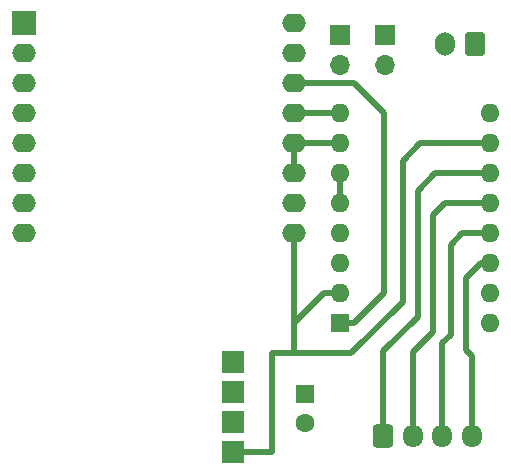
<source format=gbr>
%TF.GenerationSoftware,KiCad,Pcbnew,(6.0.7-1)-1*%
%TF.CreationDate,2022-09-04T19:45:35+02:00*%
%TF.ProjectId,PEQUENA,50455155-454e-4412-9e6b-696361645f70,rev?*%
%TF.SameCoordinates,Original*%
%TF.FileFunction,Copper,L1,Top*%
%TF.FilePolarity,Positive*%
%FSLAX46Y46*%
G04 Gerber Fmt 4.6, Leading zero omitted, Abs format (unit mm)*
G04 Created by KiCad (PCBNEW (6.0.7-1)-1) date 2022-09-04 19:45:35*
%MOMM*%
%LPD*%
G01*
G04 APERTURE LIST*
G04 Aperture macros list*
%AMRoundRect*
0 Rectangle with rounded corners*
0 $1 Rounding radius*
0 $2 $3 $4 $5 $6 $7 $8 $9 X,Y pos of 4 corners*
0 Add a 4 corners polygon primitive as box body*
4,1,4,$2,$3,$4,$5,$6,$7,$8,$9,$2,$3,0*
0 Add four circle primitives for the rounded corners*
1,1,$1+$1,$2,$3*
1,1,$1+$1,$4,$5*
1,1,$1+$1,$6,$7*
1,1,$1+$1,$8,$9*
0 Add four rect primitives between the rounded corners*
20,1,$1+$1,$2,$3,$4,$5,0*
20,1,$1+$1,$4,$5,$6,$7,0*
20,1,$1+$1,$6,$7,$8,$9,0*
20,1,$1+$1,$8,$9,$2,$3,0*%
G04 Aperture macros list end*
%TA.AperFunction,ComponentPad*%
%ADD10R,1.600000X1.600000*%
%TD*%
%TA.AperFunction,ComponentPad*%
%ADD11C,1.600000*%
%TD*%
%TA.AperFunction,ComponentPad*%
%ADD12R,1.700000X1.700000*%
%TD*%
%TA.AperFunction,ComponentPad*%
%ADD13O,1.700000X1.700000*%
%TD*%
%TA.AperFunction,ComponentPad*%
%ADD14RoundRect,0.250000X0.600000X0.750000X-0.600000X0.750000X-0.600000X-0.750000X0.600000X-0.750000X0*%
%TD*%
%TA.AperFunction,ComponentPad*%
%ADD15O,1.700000X2.000000*%
%TD*%
%TA.AperFunction,ComponentPad*%
%ADD16O,2.000000X1.600000*%
%TD*%
%TA.AperFunction,ComponentPad*%
%ADD17R,2.000000X2.000000*%
%TD*%
%TA.AperFunction,ComponentPad*%
%ADD18RoundRect,0.250000X-0.600000X-0.725000X0.600000X-0.725000X0.600000X0.725000X-0.600000X0.725000X0*%
%TD*%
%TA.AperFunction,ComponentPad*%
%ADD19O,1.700000X1.950000*%
%TD*%
%TA.AperFunction,ComponentPad*%
%ADD20O,1.600000X1.600000*%
%TD*%
%TA.AperFunction,ComponentPad*%
%ADD21R,1.930400X1.930400*%
%TD*%
%TA.AperFunction,Conductor*%
%ADD22C,0.500000*%
%TD*%
%TA.AperFunction,Conductor*%
%ADD23C,0.250000*%
%TD*%
G04 APERTURE END LIST*
D10*
%TO.P,35V100mf,1*%
%TO.N,N/C*%
X64150000Y-63144888D03*
D11*
%TO.P,35V100mf,2*%
X64150000Y-65644888D03*
%TD*%
D12*
%TO.P,J2,1*%
%TO.N,N/C*%
X67056000Y-32766000D03*
D13*
%TO.P,J2,2*%
X67056000Y-35306000D03*
%TD*%
D14*
%TO.P,- 24V +,1*%
%TO.N,N/C*%
X78486000Y-33528000D03*
D15*
%TO.P,- 24V +,2*%
X75986000Y-33528000D03*
%TD*%
D16*
%TO.P,WEMOS D1,16*%
%TO.N,N/C*%
X63192000Y-31762000D03*
%TO.P,WEMOS D1,15*%
X63192000Y-34302000D03*
%TO.P,WEMOS D1,14*%
X63192000Y-36842000D03*
%TO.P,WEMOS D1,13*%
X63192000Y-39382000D03*
%TO.P,WEMOS D1,12*%
X63192000Y-41922000D03*
%TO.P,WEMOS D1,11*%
X63192000Y-44462000D03*
%TO.P,WEMOS D1,10*%
X63192000Y-47002000D03*
%TO.P,WEMOS D1,9*%
X63192000Y-49542000D03*
%TO.P,WEMOS D1,8*%
X40332000Y-49542000D03*
%TO.P,WEMOS D1,7*%
X40332000Y-47002000D03*
%TO.P,WEMOS D1,6*%
X40332000Y-44462000D03*
%TO.P,WEMOS D1,5*%
X40332000Y-41922000D03*
%TO.P,WEMOS D1,4*%
X40332000Y-39382000D03*
%TO.P,WEMOS D1,3*%
X40332000Y-36842000D03*
%TO.P,WEMOS D1,2*%
X40332000Y-34302000D03*
D17*
%TO.P,WEMOS D1,1*%
X40332000Y-31762000D03*
%TD*%
D18*
%TO.P,MOTOR,1*%
%TO.N,N/C*%
X70750000Y-66725000D03*
D19*
%TO.P,MOTOR,2*%
X73250000Y-66725000D03*
%TO.P,MOTOR,3*%
X75750000Y-66725000D03*
%TO.P,MOTOR,4*%
X78250000Y-66725000D03*
%TD*%
D10*
%TO.P,DRIVER,1*%
%TO.N,N/C*%
X67056000Y-57150000D03*
D20*
%TO.P,DRIVER,2*%
X67056000Y-54610000D03*
%TO.P,DRIVER,3*%
X67056000Y-52070000D03*
%TO.P,DRIVER,4*%
X67056000Y-49530000D03*
%TO.P,DRIVER,5*%
X67056000Y-46990000D03*
%TO.P,DRIVER,6*%
X67056000Y-44450000D03*
%TO.P,DRIVER,7*%
X67056000Y-41910000D03*
%TO.P,DRIVER,8*%
X67056000Y-39370000D03*
%TO.P,DRIVER,9*%
X79756000Y-39370000D03*
%TO.P,DRIVER,10*%
X79756000Y-41910000D03*
%TO.P,DRIVER,11*%
X79756000Y-44450000D03*
%TO.P,DRIVER,12*%
X79756000Y-46990000D03*
%TO.P,DRIVER,13*%
X79756000Y-49530000D03*
%TO.P,DRIVER,14*%
X79756000Y-52070000D03*
%TO.P,DRIVER,15*%
X79756000Y-54610000D03*
%TO.P,DRIVER,16*%
X79756000Y-57150000D03*
%TD*%
D21*
%TO.P,WEMOS D1,EN*%
%TO.N,N/C*%
X57996750Y-60496750D03*
%TO.P,WEMOS D1,GND*%
X57996750Y-65576750D03*
%TO.P,WEMOS D1,IN+*%
X57996750Y-63036750D03*
%TO.P,WEMOS D1,VO+*%
X57996750Y-68116750D03*
%TD*%
D12*
%TO.P,J1,1*%
%TO.N,N/C*%
X70866000Y-32766000D03*
D13*
%TO.P,J1,2*%
X70866000Y-35306000D03*
%TD*%
D22*
%TO.N,*%
X57996750Y-68116750D02*
X60983250Y-68116750D01*
X60983250Y-68116750D02*
X61283250Y-68116750D01*
X73660000Y-56642000D02*
X70750000Y-59552000D01*
X70750000Y-59552000D02*
X70750000Y-66725000D01*
X74930000Y-57912000D02*
X73250000Y-59592000D01*
X73250000Y-59592000D02*
X73250000Y-66725000D01*
X76454000Y-58166000D02*
X75750000Y-58870000D01*
X75750000Y-58870000D02*
X75750000Y-66725000D01*
X77724000Y-59436000D02*
X78250000Y-59962000D01*
X78250000Y-59962000D02*
X78250000Y-66725000D01*
X77724000Y-59436000D02*
X77724000Y-53340000D01*
X61300000Y-68100000D02*
X61300000Y-59700000D01*
D23*
X63140000Y-59650000D02*
X63192000Y-59702000D01*
D22*
X61310000Y-59700000D02*
X63100000Y-59700000D01*
X68272000Y-57162000D02*
X67012000Y-57162000D01*
X63192000Y-44462000D02*
X63192000Y-41922000D01*
X75946000Y-46990000D02*
X75958000Y-47002000D01*
X76454000Y-50546000D02*
X77458000Y-49542000D01*
X77458000Y-49542000D02*
X79712000Y-49542000D01*
X68272000Y-57162000D02*
X70812000Y-54622000D01*
X79700000Y-52070000D02*
X79712000Y-52082000D01*
X63192000Y-57162000D02*
X63192000Y-59702000D01*
X74930000Y-48006000D02*
X75946000Y-46990000D01*
X63192000Y-59702000D02*
X68060000Y-59702000D01*
X74930000Y-57912000D02*
X74930000Y-48006000D01*
X72390000Y-43434000D02*
X73902000Y-41922000D01*
X73902000Y-41922000D02*
X79712000Y-41922000D01*
X75958000Y-47002000D02*
X79712000Y-47002000D01*
X70812000Y-39382000D02*
X68272000Y-36842000D01*
X63192000Y-39382000D02*
X67012000Y-39382000D01*
X63192000Y-41922000D02*
X67012000Y-41922000D01*
X79712000Y-44462000D02*
X75172000Y-44462000D01*
X73660000Y-45974000D02*
X73660000Y-56642000D01*
X67012000Y-54622000D02*
X65732000Y-54622000D01*
X70812000Y-54622000D02*
X70812000Y-39382000D01*
X65732000Y-54622000D02*
X63192000Y-57162000D01*
X76454000Y-58166000D02*
X76454000Y-50546000D01*
X75172000Y-44462000D02*
X73660000Y-45974000D01*
X68060000Y-59702000D02*
X72390000Y-55372000D01*
X77724000Y-53340000D02*
X78994000Y-52070000D01*
X68272000Y-36842000D02*
X63192000Y-36842000D01*
X78994000Y-52070000D02*
X79700000Y-52070000D01*
X72390000Y-55372000D02*
X72390000Y-43434000D01*
X63192000Y-49542000D02*
X63192000Y-57162000D01*
X67066000Y-44450000D02*
X67066000Y-46990000D01*
%TD*%
M02*

</source>
